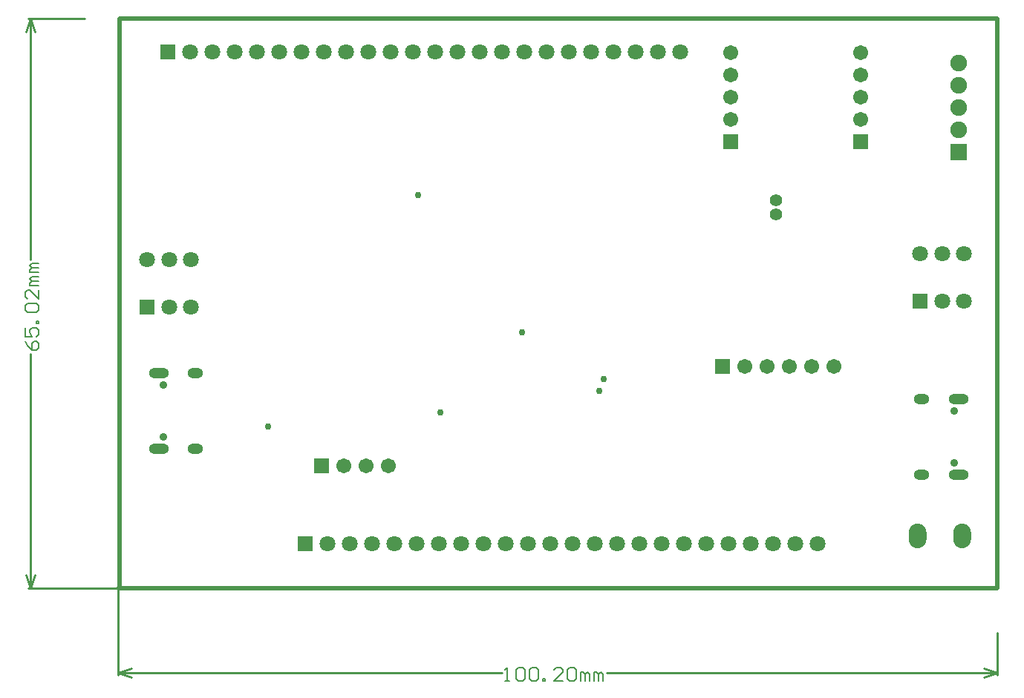
<source format=gbs>
G04*
G04 #@! TF.GenerationSoftware,Altium Limited,Altium Designer,20.0.13 (296)*
G04*
G04 Layer_Color=16711935*
%FSLAX24Y24*%
%MOIN*%
G70*
G01*
G75*
%ADD10C,0.0100*%
%ADD17C,0.0060*%
%ADD18C,0.0200*%
%ADD45R,0.0671X0.0671*%
%ADD46C,0.0671*%
%ADD47R,0.0671X0.0671*%
%ADD48C,0.0710*%
%ADD49R,0.0710X0.0710*%
%ADD50R,0.0749X0.0749*%
%ADD51C,0.0749*%
%ADD52C,0.0080*%
%ADD53O,0.0907X0.0474*%
%ADD54O,0.0710X0.0474*%
%ADD55C,0.0356*%
%ADD56C,0.0552*%
%ADD57C,0.0300*%
G36*
X36244Y2193D02*
X36244Y2183D01*
X36243Y2173D01*
X36243Y2163D01*
X36242Y2153D01*
X36241Y2143D01*
X36239Y2133D01*
X36238Y2123D01*
X36236Y2113D01*
X36234Y2104D01*
X36231Y2094D01*
X36229Y2084D01*
X36226Y2075D01*
X36223Y2065D01*
X36219Y2056D01*
X36216Y2046D01*
X36212Y2037D01*
X36208Y2028D01*
X36204Y2019D01*
X36199Y2010D01*
X36194Y2001D01*
X36189Y1993D01*
X36184Y1984D01*
X36179Y1976D01*
X36173Y1968D01*
X36167Y1960D01*
X36161Y1952D01*
X36155Y1944D01*
X36149Y1936D01*
X36142Y1929D01*
X36135Y1921D01*
X36128Y1914D01*
X36121Y1907D01*
X36114Y1900D01*
X36107Y1894D01*
X36099Y1887D01*
X36091Y1881D01*
X36083Y1875D01*
X36075Y1869D01*
X36067Y1864D01*
X36058Y1858D01*
X36050Y1853D01*
X36041Y1848D01*
X36032Y1844D01*
X36023Y1839D01*
X36014Y1835D01*
X36005Y1831D01*
X35996Y1827D01*
X35987Y1823D01*
X35977Y1820D01*
X35968Y1817D01*
X35958Y1814D01*
X35949Y1811D01*
X35939Y1809D01*
X35929Y1807D01*
X35919Y1805D01*
X35910Y1803D01*
X35900Y1802D01*
X35890Y1801D01*
X35880Y1800D01*
X35870Y1799D01*
X35860Y1799D01*
X35850Y1799D01*
X35840Y1799D01*
X35830Y1799D01*
X35820Y1800D01*
X35810Y1801D01*
X35800Y1802D01*
X35790Y1803D01*
X35781Y1805D01*
X35771Y1807D01*
X35761Y1809D01*
X35751Y1811D01*
X35742Y1814D01*
X35732Y1817D01*
X35723Y1820D01*
X35713Y1823D01*
X35704Y1827D01*
X35695Y1831D01*
X35686Y1835D01*
X35677Y1839D01*
X35668Y1844D01*
X35659Y1848D01*
X35650Y1853D01*
X35642Y1858D01*
X35633Y1864D01*
X35625Y1869D01*
X35617Y1875D01*
X35609Y1881D01*
X35601Y1887D01*
X35594Y1894D01*
X35586Y1900D01*
X35579Y1907D01*
X35572Y1914D01*
X35565Y1921D01*
X35558Y1929D01*
X35551Y1936D01*
X35545Y1944D01*
X35539Y1952D01*
X35533Y1960D01*
X35527Y1968D01*
X35521Y1976D01*
X35516Y1984D01*
X35511Y1993D01*
X35506Y2001D01*
X35501Y2010D01*
X35497Y2019D01*
X35492Y2028D01*
X35488Y2037D01*
X35484Y2046D01*
X35481Y2056D01*
X35478Y2065D01*
X35474Y2075D01*
X35472Y2084D01*
X35469Y2094D01*
X35467Y2104D01*
X35464Y2113D01*
X35463Y2123D01*
X35461Y2133D01*
X35459Y2143D01*
X35458Y2153D01*
X35457Y2163D01*
X35457Y2173D01*
X35456Y2183D01*
X35456Y2193D01*
X35456Y2508D01*
X35456Y2517D01*
X35457Y2527D01*
X35457Y2537D01*
X35458Y2547D01*
X35459Y2557D01*
X35461Y2567D01*
X35463Y2577D01*
X35464Y2587D01*
X35467Y2597D01*
X35469Y2606D01*
X35472Y2616D01*
X35474Y2625D01*
X35478Y2635D01*
X35481Y2644D01*
X35484Y2654D01*
X35488Y2663D01*
X35492Y2672D01*
X35497Y2681D01*
X35501Y2690D01*
X35506Y2699D01*
X35511Y2707D01*
X35516Y2716D01*
X35521Y2724D01*
X35527Y2732D01*
X35533Y2741D01*
X35539Y2748D01*
X35545Y2756D01*
X35551Y2764D01*
X35558Y2771D01*
X35565Y2779D01*
X35572Y2786D01*
X35579Y2793D01*
X35586Y2800D01*
X35594Y2806D01*
X35601Y2813D01*
X35609Y2819D01*
X35617Y2825D01*
X35625Y2831D01*
X35633Y2836D01*
X35642Y2842D01*
X35650Y2847D01*
X35659Y2852D01*
X35668Y2856D01*
X35677Y2861D01*
X35686Y2865D01*
X35695Y2869D01*
X35704Y2873D01*
X35713Y2877D01*
X35723Y2880D01*
X35732Y2883D01*
X35742Y2886D01*
X35751Y2889D01*
X35761Y2891D01*
X35771Y2893D01*
X35781Y2895D01*
X35790Y2897D01*
X35800Y2898D01*
X35810Y2899D01*
X35820Y2900D01*
X35830Y2901D01*
X35840Y2901D01*
X35850Y2901D01*
X35860Y2901D01*
X35870Y2901D01*
X35880Y2900D01*
X35890Y2899D01*
X35900Y2898D01*
X35910Y2897D01*
X35919Y2895D01*
X35929Y2893D01*
X35939Y2891D01*
X35949Y2889D01*
X35958Y2886D01*
X35968Y2883D01*
X35977Y2880D01*
X35987Y2877D01*
X35996Y2873D01*
X36005Y2869D01*
X36014Y2865D01*
X36023Y2861D01*
X36032Y2856D01*
X36041Y2852D01*
X36050Y2847D01*
X36058Y2842D01*
X36067Y2836D01*
X36075Y2831D01*
X36083Y2825D01*
X36091Y2819D01*
X36099Y2813D01*
X36106Y2806D01*
X36114Y2800D01*
X36121Y2793D01*
X36128Y2786D01*
X36135Y2779D01*
X36142Y2771D01*
X36149Y2764D01*
X36155Y2756D01*
X36161Y2748D01*
X36167Y2741D01*
X36173Y2732D01*
X36179Y2724D01*
X36184Y2716D01*
X36189Y2707D01*
X36194Y2699D01*
X36199Y2690D01*
X36204Y2681D01*
X36208Y2672D01*
X36212Y2663D01*
X36216Y2654D01*
X36219Y2644D01*
X36223Y2635D01*
X36226Y2625D01*
X36229Y2616D01*
X36231Y2606D01*
X36234Y2597D01*
X36236Y2587D01*
X36238Y2577D01*
X36239Y2567D01*
X36241Y2557D01*
X36242Y2547D01*
X36243Y2537D01*
X36243Y2527D01*
X36244Y2517D01*
X36244Y2508D01*
X36244Y2193D01*
D02*
G37*
G36*
X38244Y2193D02*
X38244Y2183D01*
X38243Y2173D01*
X38243Y2163D01*
X38242Y2153D01*
X38241Y2143D01*
X38239Y2133D01*
X38238Y2123D01*
X38236Y2113D01*
X38234Y2104D01*
X38231Y2094D01*
X38229Y2084D01*
X38226Y2075D01*
X38223Y2065D01*
X38219Y2056D01*
X38216Y2046D01*
X38212Y2037D01*
X38208Y2028D01*
X38204Y2019D01*
X38199Y2010D01*
X38194Y2001D01*
X38189Y1993D01*
X38184Y1984D01*
X38179Y1976D01*
X38173Y1968D01*
X38167Y1960D01*
X38161Y1952D01*
X38155Y1944D01*
X38149Y1936D01*
X38142Y1929D01*
X38135Y1921D01*
X38128Y1914D01*
X38121Y1907D01*
X38114Y1900D01*
X38106Y1894D01*
X38099Y1887D01*
X38091Y1881D01*
X38083Y1875D01*
X38075Y1869D01*
X38067Y1864D01*
X38058Y1858D01*
X38050Y1853D01*
X38041Y1848D01*
X38032Y1844D01*
X38023Y1839D01*
X38014Y1835D01*
X38005Y1831D01*
X37996Y1827D01*
X37987Y1823D01*
X37977Y1820D01*
X37968Y1817D01*
X37958Y1814D01*
X37949Y1811D01*
X37939Y1809D01*
X37929Y1807D01*
X37920Y1805D01*
X37910Y1803D01*
X37900Y1802D01*
X37890Y1801D01*
X37880Y1800D01*
X37870Y1799D01*
X37860Y1799D01*
X37850Y1799D01*
X37840Y1799D01*
X37830Y1799D01*
X37820Y1800D01*
X37810Y1801D01*
X37800Y1802D01*
X37790Y1803D01*
X37781Y1805D01*
X37771Y1807D01*
X37761Y1809D01*
X37751Y1811D01*
X37742Y1814D01*
X37732Y1817D01*
X37723Y1820D01*
X37713Y1823D01*
X37704Y1827D01*
X37695Y1831D01*
X37686Y1835D01*
X37677Y1839D01*
X37668Y1844D01*
X37659Y1848D01*
X37650Y1853D01*
X37642Y1858D01*
X37633Y1864D01*
X37625Y1869D01*
X37617Y1875D01*
X37609Y1881D01*
X37601Y1887D01*
X37594Y1894D01*
X37586Y1900D01*
X37579Y1907D01*
X37572Y1914D01*
X37565Y1921D01*
X37558Y1929D01*
X37551Y1936D01*
X37545Y1944D01*
X37539Y1952D01*
X37533Y1960D01*
X37527Y1968D01*
X37521Y1976D01*
X37516Y1984D01*
X37511Y1993D01*
X37506Y2001D01*
X37501Y2010D01*
X37497Y2019D01*
X37492Y2028D01*
X37488Y2037D01*
X37484Y2046D01*
X37481Y2056D01*
X37478Y2065D01*
X37474Y2075D01*
X37472Y2084D01*
X37469Y2094D01*
X37467Y2104D01*
X37464Y2113D01*
X37463Y2123D01*
X37461Y2133D01*
X37459Y2143D01*
X37458Y2153D01*
X37457Y2163D01*
X37457Y2173D01*
X37456Y2183D01*
X37456Y2193D01*
X37456Y2508D01*
X37456Y2517D01*
X37457Y2527D01*
X37457Y2537D01*
X37458Y2547D01*
X37459Y2557D01*
X37461Y2567D01*
X37463Y2577D01*
X37464Y2587D01*
X37467Y2597D01*
X37469Y2606D01*
X37472Y2616D01*
X37474Y2625D01*
X37478Y2635D01*
X37481Y2644D01*
X37484Y2654D01*
X37488Y2663D01*
X37492Y2672D01*
X37497Y2681D01*
X37501Y2690D01*
X37506Y2699D01*
X37511Y2707D01*
X37516Y2716D01*
X37521Y2724D01*
X37527Y2732D01*
X37533Y2741D01*
X37539Y2748D01*
X37545Y2756D01*
X37551Y2764D01*
X37558Y2771D01*
X37565Y2779D01*
X37572Y2786D01*
X37579Y2793D01*
X37586Y2800D01*
X37594Y2806D01*
X37601Y2813D01*
X37609Y2819D01*
X37617Y2825D01*
X37625Y2831D01*
X37633Y2836D01*
X37642Y2842D01*
X37650Y2847D01*
X37659Y2852D01*
X37668Y2856D01*
X37677Y2861D01*
X37686Y2865D01*
X37695Y2869D01*
X37704Y2873D01*
X37713Y2877D01*
X37723Y2880D01*
X37732Y2883D01*
X37742Y2886D01*
X37751Y2889D01*
X37761Y2891D01*
X37771Y2893D01*
X37781Y2895D01*
X37790Y2897D01*
X37800Y2898D01*
X37810Y2899D01*
X37820Y2900D01*
X37830Y2901D01*
X37840Y2901D01*
X37850Y2901D01*
X37860Y2901D01*
X37870Y2901D01*
X37880Y2900D01*
X37890Y2899D01*
X37900Y2898D01*
X37910Y2897D01*
X37919Y2895D01*
X37929Y2893D01*
X37939Y2891D01*
X37949Y2889D01*
X37958Y2886D01*
X37968Y2883D01*
X37977Y2880D01*
X37987Y2877D01*
X37996Y2873D01*
X38005Y2869D01*
X38014Y2865D01*
X38023Y2861D01*
X38032Y2856D01*
X38041Y2852D01*
X38050Y2847D01*
X38058Y2842D01*
X38067Y2836D01*
X38075Y2831D01*
X38083Y2825D01*
X38091Y2819D01*
X38099Y2813D01*
X38106Y2806D01*
X38114Y2800D01*
X38121Y2793D01*
X38128Y2786D01*
X38135Y2779D01*
X38142Y2771D01*
X38149Y2764D01*
X38155Y2756D01*
X38161Y2748D01*
X38167Y2741D01*
X38173Y2732D01*
X38179Y2724D01*
X38184Y2716D01*
X38189Y2707D01*
X38194Y2699D01*
X38199Y2690D01*
X38204Y2681D01*
X38208Y2672D01*
X38212Y2663D01*
X38216Y2654D01*
X38219Y2644D01*
X38223Y2635D01*
X38226Y2625D01*
X38229Y2616D01*
X38231Y2606D01*
X38234Y2597D01*
X38236Y2587D01*
X38238Y2577D01*
X38239Y2567D01*
X38241Y2557D01*
X38242Y2547D01*
X38243Y2537D01*
X38243Y2527D01*
X38244Y2517D01*
X38244Y2508D01*
Y2193D01*
D02*
G37*
D10*
X-4175Y600D02*
X-3975Y0D01*
X-3775Y600D01*
X-3975Y25600D02*
X-3775Y25000D01*
X-4175D02*
X-3975Y25600D01*
Y0D02*
Y10531D01*
Y14749D02*
Y25600D01*
X-4075Y0D02*
X-25D01*
X-4075Y25600D02*
X-1525D01*
X-25Y-3800D02*
X575Y-3600D01*
X-25Y-3800D02*
X575Y-4000D01*
X38825D02*
X39425Y-3800D01*
X38825Y-3600D02*
X39425Y-3800D01*
X-25D02*
X17181D01*
X21899D02*
X39425D01*
X-25Y-3900D02*
Y0D01*
X39425Y-3900D02*
Y-2000D01*
D17*
X-4215Y11091D02*
X-4115Y10891D01*
X-3915Y10691D01*
X-3715D01*
X-3615Y10791D01*
Y10991D01*
X-3715Y11091D01*
X-3815D01*
X-3915Y10991D01*
Y10691D01*
X-4215Y11690D02*
Y11290D01*
X-3915D01*
X-4015Y11490D01*
Y11590D01*
X-3915Y11690D01*
X-3715D01*
X-3615Y11590D01*
Y11390D01*
X-3715Y11290D01*
X-3615Y11890D02*
X-3715D01*
Y11990D01*
X-3615D01*
Y11890D01*
X-4115Y12390D02*
X-4215Y12490D01*
Y12690D01*
X-4115Y12790D01*
X-3715D01*
X-3615Y12690D01*
Y12490D01*
X-3715Y12390D01*
X-4115D01*
X-3615Y13390D02*
Y12990D01*
X-4015Y13390D01*
X-4115D01*
X-4215Y13290D01*
Y13090D01*
X-4115Y12990D01*
X-3615Y13590D02*
X-4015D01*
Y13690D01*
X-3915Y13790D01*
X-3615D01*
X-3915D01*
X-4015Y13890D01*
X-3915Y13990D01*
X-3615D01*
Y14189D02*
X-4015D01*
Y14289D01*
X-3915Y14389D01*
X-3615D01*
X-3915D01*
X-4015Y14489D01*
X-3915Y14589D01*
X-3615D01*
X17341Y-4160D02*
X17541D01*
X17441D01*
Y-3560D01*
X17341Y-3660D01*
X17841D02*
X17941Y-3560D01*
X18140D01*
X18240Y-3660D01*
Y-4060D01*
X18140Y-4160D01*
X17941D01*
X17841Y-4060D01*
Y-3660D01*
X18440D02*
X18540Y-3560D01*
X18740D01*
X18840Y-3660D01*
Y-4060D01*
X18740Y-4160D01*
X18540D01*
X18440Y-4060D01*
Y-3660D01*
X19040Y-4160D02*
Y-4060D01*
X19140D01*
Y-4160D01*
X19040D01*
X19940D02*
X19540D01*
X19940Y-3760D01*
Y-3660D01*
X19840Y-3560D01*
X19640D01*
X19540Y-3660D01*
X20140D02*
X20240Y-3560D01*
X20440D01*
X20540Y-3660D01*
Y-4060D01*
X20440Y-4160D01*
X20240D01*
X20140Y-4060D01*
Y-3660D01*
X20740Y-4160D02*
Y-3760D01*
X20840D01*
X20940Y-3860D01*
Y-4160D01*
Y-3860D01*
X21040Y-3760D01*
X21139Y-3860D01*
Y-4160D01*
X21339D02*
Y-3760D01*
X21439D01*
X21539Y-3860D01*
Y-4160D01*
Y-3860D01*
X21639Y-3760D01*
X21739Y-3860D01*
Y-4160D01*
D18*
X39425Y0D02*
Y25600D01*
X25D02*
X39425D01*
X25Y0D02*
X39425D01*
X25D02*
Y25550D01*
X-25Y0D02*
X25D01*
D45*
X27450Y20050D02*
D03*
X33300D02*
D03*
D46*
X27450Y21050D02*
D03*
Y22050D02*
D03*
Y23050D02*
D03*
Y24050D02*
D03*
X33300D02*
D03*
Y23050D02*
D03*
Y22050D02*
D03*
Y21050D02*
D03*
X28100Y9950D02*
D03*
X29100D02*
D03*
X30100D02*
D03*
X31100D02*
D03*
X32100D02*
D03*
X12100Y5500D02*
D03*
X11100D02*
D03*
X10100D02*
D03*
D47*
X27100Y9950D02*
D03*
X9100Y5500D02*
D03*
D48*
X37934Y15013D02*
D03*
X36950D02*
D03*
X35966D02*
D03*
X37934Y12887D02*
D03*
X36950D02*
D03*
X3234Y14763D02*
D03*
X2250D02*
D03*
X1266D02*
D03*
X3234Y12637D02*
D03*
X2250D02*
D03*
X3200Y24100D02*
D03*
X4200D02*
D03*
X5200D02*
D03*
X6200D02*
D03*
X7200D02*
D03*
X8200D02*
D03*
X9200D02*
D03*
X10200D02*
D03*
X11200D02*
D03*
X12200D02*
D03*
X13200D02*
D03*
X14200D02*
D03*
X15200D02*
D03*
X16200D02*
D03*
X17200D02*
D03*
X18200D02*
D03*
X19200D02*
D03*
X20200D02*
D03*
X21200D02*
D03*
X22200D02*
D03*
X23200D02*
D03*
X24200D02*
D03*
X25200D02*
D03*
X9350Y2000D02*
D03*
X10350D02*
D03*
X11350D02*
D03*
X12350D02*
D03*
X13350D02*
D03*
X14350D02*
D03*
X15350D02*
D03*
X16350D02*
D03*
X17350D02*
D03*
X18350D02*
D03*
X19350D02*
D03*
X20350D02*
D03*
X21350D02*
D03*
X22350D02*
D03*
X23350D02*
D03*
X24350D02*
D03*
X25350D02*
D03*
X26350D02*
D03*
X27350D02*
D03*
X28350D02*
D03*
X29350D02*
D03*
X30350D02*
D03*
X31350D02*
D03*
D49*
X35966Y12887D02*
D03*
X1266Y12637D02*
D03*
X2200Y24100D02*
D03*
X8350Y2000D02*
D03*
D50*
X37700Y19600D02*
D03*
D51*
Y20600D02*
D03*
Y21600D02*
D03*
Y22600D02*
D03*
Y23600D02*
D03*
D52*
X35850Y2350D02*
D03*
X37850Y2350D02*
D03*
D53*
X1779Y6254D02*
D03*
Y9656D02*
D03*
X37688Y8487D02*
D03*
Y5085D02*
D03*
D54*
X3425Y6254D02*
D03*
Y9656D02*
D03*
X36042Y8487D02*
D03*
Y5085D02*
D03*
D55*
X1988Y6782D02*
D03*
Y9128D02*
D03*
X37479Y7959D02*
D03*
Y5613D02*
D03*
D56*
X29500Y16785D02*
D03*
Y17415D02*
D03*
D57*
X13425Y17670D02*
D03*
X21770Y9390D02*
D03*
X18095Y11510D02*
D03*
X21545Y8860D02*
D03*
X14425Y7890D02*
D03*
X6700Y7249D02*
D03*
M02*

</source>
